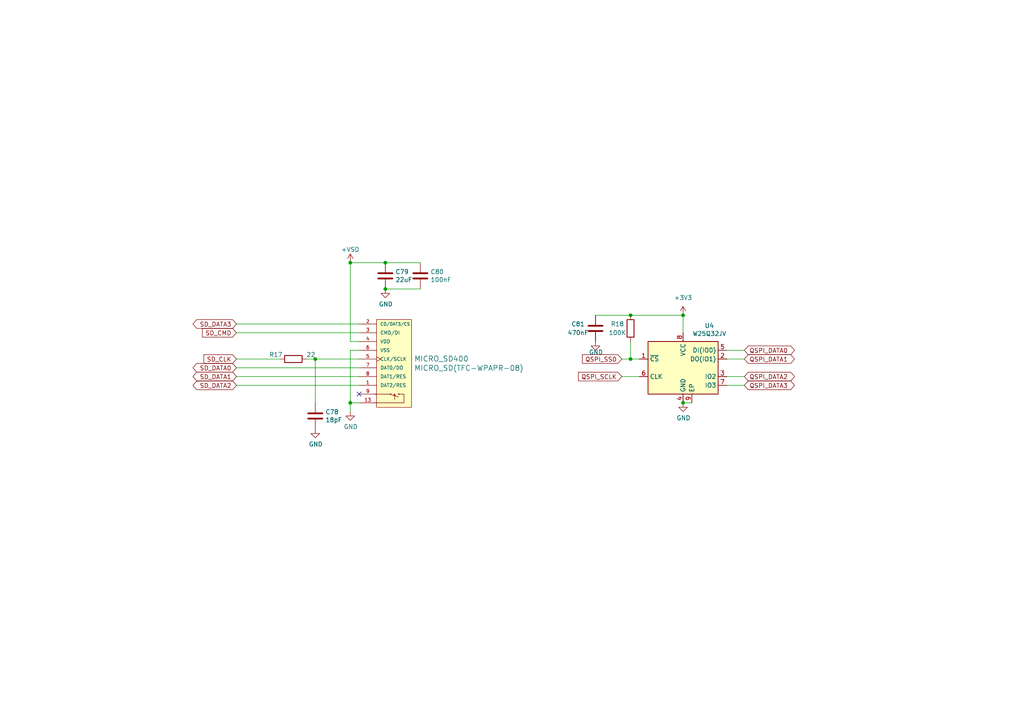
<source format=kicad_sch>
(kicad_sch (version 20231120) (generator "eeschema") (generator_version "8.0")
  (paper "A4")
  (title_block (title "Sitina 1 IO Board") (date "2024-03-08") (rev "R0.9") (company "Copyright 2024 Wenting Zhang, Anhang Li") (comment 2 "MERCHANTABILITY, SATISFACTORY QUALITY AND FITNESS FOR A PARTICULAR PURPOSE.") (comment 3 "This source is distributed WITHOUT ANY EXPRESS OR IMPLIED WARRANTY, INCLUDING OF") (comment 4 "This source describes Open Hardware and is licensed under the CERN-OHL-P v2."))
  (lib_symbols
    (symbol "Device:C" (pin_numbers hide) (pin_names (offset 0.254))
      (property "Reference" "C" (at 0.635 2.54 0))
      (property "Value" "C" (at 0.635 -2.54 0))
      (symbol "C_0_1"
        (polyline (pts (xy -2.032 -0.762) (xy 2.032 -0.762)) (stroke (width 0.508)))
        (polyline (pts (xy -2.032 0.762) (xy 2.032 0.762)) (stroke (width 0.508)))
      )
      (symbol "C_1_1"
        (pin passive line (at 0 3.81 270) (length 2.794) (name "~") (number "1"))
        (pin passive line (at 0 -3.81 90) (length 2.794) (name "~") (number "2"))
      )
    )
    (symbol "Device:R" (pin_numbers hide) (pin_names (offset 0))
      (property "Reference" "R" (at 2.032 0 90))
      (property "Value" "R" (at 0 0 90))
      (symbol "R_0_1"
        (rectangle (start -1.016 -2.54) (end 1.016 2.54) (stroke (width 0.254)))
      )
      (symbol "R_1_1"
        (pin passive line (at 0 3.81 270) (length 1.27) (name "~") (number "1"))
        (pin passive line (at 0 -3.81 90) (length 1.27) (name "~") (number "2"))
      )
    )
    (symbol "Memory_Flash:W25Q32JVZP"
      (property "Reference" "U" (at -8.89 8.89 0))
      (property "Value" "W25Q32JVZP" (at 7.62 8.89 0))
      (symbol "W25Q32JVZP_0_1"
        (rectangle (start -10.16 7.62) (end 10.16 -7.62) (stroke (width 0.254)) (fill (type background)))
      )
      (symbol "W25Q32JVZP_1_1"
        (pin input line (at -12.7 2.54 0) (length 2.54) (name "~{CS}") (number "1"))
        (pin bidirectional line (at 12.7 2.54 180) (length 2.54) (name "DO(IO1)") (number "2"))
        (pin bidirectional line (at 12.7 -2.54 180) (length 2.54) (name "IO2") (number "3"))
        (pin power_in line (at 0 -10.16 90) (length 2.54) (name "GND") (number "4"))
        (pin bidirectional line (at 12.7 5.08 180) (length 2.54) (name "DI(IO0)") (number "5"))
        (pin input line (at -12.7 -2.54 0) (length 2.54) (name "CLK") (number "6"))
        (pin bidirectional line (at 12.7 -5.08 180) (length 2.54) (name "IO3") (number "7"))
        (pin power_in line (at 0 10.16 270) (length 2.54) (name "VCC") (number "8"))
        (pin passive line (at 2.54 -10.16 90) (length 2.54) (name "EP") (number "9"))
      )
    )
    (symbol "Sitina:MICRO_SD(TFC-WPAPR-08)" (pin_names (offset 1.016))
      (property "Reference" "MICRO_SD" (at 2.54 15.24 0))
      (property "Value" "MICRO_SD(TFC-WPAPR-08)" (at 0 -12.7 0))
      (symbol "MICRO_SD(TFC-WPAPR-08)_0_0"
        (rectangle (start -2.54 13.97) (end 7.62 -11.43) (fill (type background)))
        (polyline (pts (xy 2.6416 -7.5946) (xy 2.4638 -7.8994)))
        (polyline (pts (xy 2.6924 -7.6962) (xy 2.6924 -9.1694)))
        (polyline (pts (xy 2.667 -7.5438) (xy 2.921 -7.9756) (xy 2.8956 -7.9756)))
      )
      (symbol "MICRO_SD(TFC-WPAPR-08)_0_1"
        (polyline (pts (xy -3.048 -7.6454) (xy 1.2954 -7.6454)))
        (polyline (pts (xy 1.7018 -7.7978) (xy 3.81 -8.4582)))
        (polyline (pts (xy -3.1496 -10.16) (xy 5.4102 -10.16) (xy 5.4102 -7.6454) (xy 4.1402 -7.6454)))
        (circle (center 1.5494 -7.6454) (radius 0.1524))
        (circle (center 3.8862 -7.62) (radius 0.1524))
      )
      (symbol "MICRO_SD(TFC-WPAPR-08)_1_1"
        (pin bidirectional line (at -7.62 -5.08 0) (length 5.08) (name "DAT2/RES") (number "1"))
        (pin passive line (at -7.62 -10.16 0) (length 5.08) hide (name "~") (number "10"))
        (pin passive line (at -7.62 -10.16 0) (length 5.08) hide (name "~") (number "11"))
        (pin passive line (at -7.62 -10.16 0) (length 5.08) hide (name "~") (number "12"))
        (pin passive line (at -7.62 -10.16 0) (length 5.08) (name "~") (number "13"))
        (pin bidirectional line (at -7.62 12.7 0) (length 5.08) (name "CD/DAT3/CS") (number "2"))
        (pin input line (at -7.62 10.16 0) (length 5.08) (name "CMD/DI") (number "3"))
        (pin power_in line (at -7.62 7.62 0) (length 5.08) (name "VDD") (number "4"))
        (pin input clock (at -7.62 2.54 0) (length 5.08) (name "CLK/SCLK") (number "5"))
        (pin power_in line (at -7.62 5.08 0) (length 5.08) (name "VSS") (number "6"))
        (pin bidirectional line (at -7.62 0 0) (length 5.08) (name "DAT0/DO") (number "7"))
        (pin bidirectional line (at -7.62 -2.54 0) (length 5.08) (name "DAT1/RES") (number "8"))
        (pin passive line (at -7.62 -7.62 0) (length 5.08) (name "~") (number "9"))
      )
    )
    (symbol "power:+3V3" (power) (pin_names (offset 0))
      (property "Value" "+3V3" (at 0 3.556 0))
      (symbol "+3V3_0_1"
        (polyline (pts (xy -0.762 1.27) (xy 0 2.54)))
        (polyline (pts (xy 0 0) (xy 0 2.54)))
        (polyline (pts (xy 0 2.54) (xy 0.762 1.27)))
      )
      (symbol "+3V3_1_1"
        (pin power_in line (at 0 0 90) (length 0) hide (name "+3V3") (number "1"))
      )
    )
    (symbol "power:GND" (power) (pin_names (offset 0))
      (property "Value" "GND" (at 0 -3.81 0))
      (symbol "GND_0_1"
        (polyline (pts (xy 0 0) (xy 0 -1.27) (xy 1.27 -1.27) (xy 0 -2.54) (xy -1.27 -1.27) (xy 0 -1.27)))
      )
      (symbol "GND_1_1"
        (pin power_in line (at 0 0 270) (length 0) hide (name "GND") (number "1"))
      )
    )
    (symbol "symbols:+VSD" (power) (pin_names (offset 0))
      (property "Value" "+VSD" (at 0 3.556 0))
      (symbol "+VSD_0_1"
        (polyline (pts (xy -0.762 1.27) (xy 0 2.54)))
        (polyline (pts (xy 0 0) (xy 0 2.54)))
        (polyline (pts (xy 0 2.54) (xy 0.762 1.27)))
      )
      (symbol "+VSD_1_1"
        (pin power_in line (at 0 0 90) (length 0) hide (name "+VSD") (number "1"))
      )
    )
  )
  (junction (at 198.12 116.84) (diameter 0.9144))
  (junction (at 111.76 83.82) (diameter 0.9144))
  (junction (at 182.88 104.14) (diameter 0.9144))
  (junction (at 182.88 91.44) (diameter 0.9144))
  (junction (at 111.76 76.2) (diameter 0.9144))
  (junction (at 198.12 91.44))
  (junction (at 101.6 76.2))
  (junction (at 101.6 116.84))
  (junction (at 91.44 104.14) (diameter 0.9144))
  (no_connect (at 104.14 114.3))
  (wire (pts (xy 101.6 116.84) (xy 104.14 116.84)))
  (wire (pts (xy 88.9 104.14) (xy 91.44 104.14)))
  (wire (pts (xy 101.6 76.2) (xy 111.76 76.2)))
  (wire (pts (xy 104.14 101.6) (xy 101.6 101.6)))
  (wire (pts (xy 68.58 111.76) (xy 104.14 111.76)))
  (wire (pts (xy 101.6 99.06) (xy 104.14 99.06)))
  (wire (pts (xy 91.44 104.14) (xy 104.14 104.14)))
  (wire (pts (xy 182.88 91.44) (xy 198.12 91.44)))
  (wire (pts (xy 210.82 109.22) (xy 215.9 109.22)))
  (wire (pts (xy 198.12 96.52) (xy 198.12 91.44)))
  (wire (pts (xy 200.66 116.84) (xy 198.12 116.84)))
  (wire (pts (xy 172.72 91.44) (xy 182.88 91.44)))
  (wire (pts (xy 68.58 104.14) (xy 81.28 104.14)))
  (wire (pts (xy 121.92 83.82) (xy 111.76 83.82)))
  (wire (pts (xy 210.82 101.6) (xy 215.9 101.6)))
  (wire (pts (xy 180.34 109.22) (xy 185.42 109.22)))
  (wire (pts (xy 210.82 111.76) (xy 215.9 111.76)))
  (wire (pts (xy 68.58 106.68) (xy 104.14 106.68)))
  (wire (pts (xy 182.88 104.14) (xy 185.42 104.14)))
  (wire (pts (xy 180.34 104.14) (xy 182.88 104.14)))
  (wire (pts (xy 91.44 104.14) (xy 91.44 116.84)))
  (wire (pts (xy 182.88 99.06) (xy 182.88 104.14)))
  (wire (pts (xy 101.6 116.84) (xy 101.6 119.38)))
  (wire (pts (xy 68.58 93.98) (xy 104.14 93.98)))
  (wire (pts (xy 121.92 76.2) (xy 111.76 76.2)))
  (wire (pts (xy 68.58 96.52) (xy 104.14 96.52)))
  (wire (pts (xy 210.82 104.14) (xy 215.9 104.14)))
  (wire (pts (xy 68.58 109.22) (xy 104.14 109.22)))
  (wire (pts (xy 101.6 101.6) (xy 101.6 116.84)))
  (wire (pts (xy 101.6 76.2) (xy 101.6 99.06)))
  (global_label "QSPI_SS0" (shape input) (at 180.34 104.14 180) (property "Intersheetrefs" "${INTERSHEET_REFS}" (effects (hide yes))))
  (global_label "QSPI_DATA3" (shape bidirectional) (at 215.9 111.76 0) (property "Intersheetrefs" "${INTERSHEET_REFS}" (effects (hide yes))))
  (global_label "QSPI_SCLK" (shape input) (at 180.34 109.22 180) (property "Intersheetrefs" "${INTERSHEET_REFS}" (effects (hide yes))))
  (global_label "SD_DATA2" (shape bidirectional) (at 68.58 111.76 180) (property "Intersheetrefs" "${INTERSHEET_REFS}" (effects (hide yes))))
  (global_label "QSPI_DATA2" (shape bidirectional) (at 215.9 109.22 0) (property "Intersheetrefs" "${INTERSHEET_REFS}" (effects (hide yes))))
  (global_label "QSPI_DATA0" (shape bidirectional) (at 215.9 101.6 0) (property "Intersheetrefs" "${INTERSHEET_REFS}" (effects (hide yes))))
  (global_label "SD_DATA0" (shape bidirectional) (at 68.58 106.68 180) (property "Intersheetrefs" "${INTERSHEET_REFS}" (effects (hide yes))))
  (global_label "QSPI_DATA1" (shape bidirectional) (at 215.9 104.14 0) (property "Intersheetrefs" "${INTERSHEET_REFS}" (effects (hide yes))))
  (global_label "SD_DATA3" (shape bidirectional) (at 68.58 93.98 180) (property "Intersheetrefs" "${INTERSHEET_REFS}" (effects (hide yes))))
  (global_label "SD_DATA1" (shape bidirectional) (at 68.58 109.22 180) (property "Intersheetrefs" "${INTERSHEET_REFS}" (effects (hide yes))))
  (global_label "SD_CLK" (shape input) (at 68.58 104.14 180) (property "Intersheetrefs" "${INTERSHEET_REFS}" (effects (hide yes))))
  (global_label "SD_CMD" (shape input) (at 68.58 96.52 180) (property "Intersheetrefs" "${INTERSHEET_REFS}" (effects (hide yes))))
  (symbol (lib_id "power:GND") (at 91.44 124.46 0) (unit 1)
    (property "Reference" "#PWR062" (effects (hide yes)))
    (property "Value" "GND" (at 91.567 128.8542 0))
  )
  (symbol (lib_id "power:GND") (at 101.6 119.38 0) (unit 1)
    (property "Reference" "#PWR064" (effects (hide yes)))
    (property "Value" "GND" (at 101.727 123.7742 0))
  )
  (symbol (lib_id "Device:R") (at 182.88 95.25 0) (unit 1)
    (property "Reference" "R18" (at 179.07 93.98 0))
    (property "Value" "100K" (at 179.07 96.52 0))
    (property "Footprint" "Resistor_SMD:R_0402_1005Metric" (effects (hide yes)))
  )
  (symbol (lib_id "Device:C") (at 121.92 80.01 0) (unit 1)
    (property "Reference" "C80" (at 124.841 78.842 0) (effects (justify left)))
    (property "Value" "100nF" (at 124.841 81.153 0) (effects (justify left)))
    (property "Footprint" "Capacitor_SMD:C_0402_1005Metric" (effects (hide yes)))
  )
  (symbol (lib_id "Device:C") (at 91.44 120.65 0) (unit 1)
    (property "Reference" "C78" (at 94.361 119.4816 0) (effects (justify left)))
    (property "Value" "18pF" (at 94.361 121.793 0) (effects (justify left)))
    (property "Footprint" "Capacitor_SMD:C_0402_1005Metric" (effects (hide yes)))
  )
  (symbol (lib_id "power:GND") (at 111.76 83.82 0) (unit 1)
    (property "Reference" "#PWR065" (effects (hide yes)))
    (property "Value" "GND" (at 111.887 88.2142 0))
  )
  (symbol (lib_id "Device:C") (at 111.76 80.01 0) (unit 1)
    (property "Reference" "C79" (at 114.681 78.842 0) (effects (justify left)))
    (property "Value" "22uF" (at 114.681 81.153 0) (effects (justify left)))
    (property "Footprint" "Capacitor_SMD:C_0603_1608Metric" (effects (hide yes)))
  )
  (symbol (lib_id "Device:R") (at 85.09 104.14 270) (unit 1)
    (property "Reference" "R17" (at 80.01 102.87 90))
    (property "Value" "22" (at 90.17 102.87 90))
    (property "Footprint" "Resistor_SMD:R_0402_1005Metric" (effects (hide yes)))
  )
  (symbol (lib_id "Device:C") (at 172.72 95.25 180) (unit 1)
    (property "Reference" "C81" (at 167.64 93.98 0))
    (property "Value" "470nF" (at 167.64 96.52 0))
    (property "Footprint" "Capacitor_SMD:C_0402_1005Metric" (effects (hide yes)))
  )
  (symbol (lib_id "power:GND") (at 172.72 99.06 0) (unit 1)
    (property "Reference" "#PWR066" (effects (hide yes)))
    (property "Value" "GND" (at 172.847 102.1842 0))
  )
  (symbol (lib_id "Sitina:MICRO_SD(TFC-WPAPR-08)") (at 111.76 106.68 0) (unit 1)
    (property "Reference" "MICRO_SD400" (at 120.0912 104.0638 0) (effects (font (size 1.524 1.524)) (justify left)))
    (property "Value" "MICRO_SD(TFC-WPAPR-08)" (at 120.0912 106.7562 0) (effects (font (size 1.524 1.524)) (justify left)))
    (property "Footprint" "footprints:TFC-WPAPR-08" (effects (hide yes)))
    (instances (project "Sitina" (path "" (reference "MICRO_SD400") (unit 1))) (project "pcb" (path "" (reference "MICRO_SD1") (unit 1))))
  )
  (symbol (lib_id "power:+3V3") (at 198.12 91.44 0) (unit 1)
    (property "Reference" "#PWR067" (effects (hide yes)))
    (property "Value" "+3V3" (at 198.12 86.36 0))
  )
  (symbol (lib_id "symbols:+VSD") (at 101.6 76.2 0) (unit 1)
    (property "Reference" "#PWR063" (effects (hide yes)))
    (property "Value" "+VSD" (at 101.6 72.39 0))
  )
  (symbol (lib_id "Memory_Flash:W25Q32JVZP") (at 198.12 106.68 0) (unit 1)
    (property "Reference" "U4" (at 205.74 94.463 0))
    (property "Value" "W25Q32JV" (at 205.74 96.774 0))
    (property "Footprint" "Package_SON:WSON-8-1EP_6x5mm_P1.27mm_EP3.4x4.3mm" (effects (hide yes)))
    (property "Datasheet" "http://www.winbond.com/resource-files/w25q32jv%20revg%2003272018%20plus.pdf" (effects (hide yes)))
  )
  (symbol (lib_id "power:GND") (at 198.12 116.84 0) (unit 1)
    (property "Reference" "#PWR068" (effects (hide yes)))
    (property "Value" "GND" (at 198.247 121.2342 0))
  )
)
</source>
